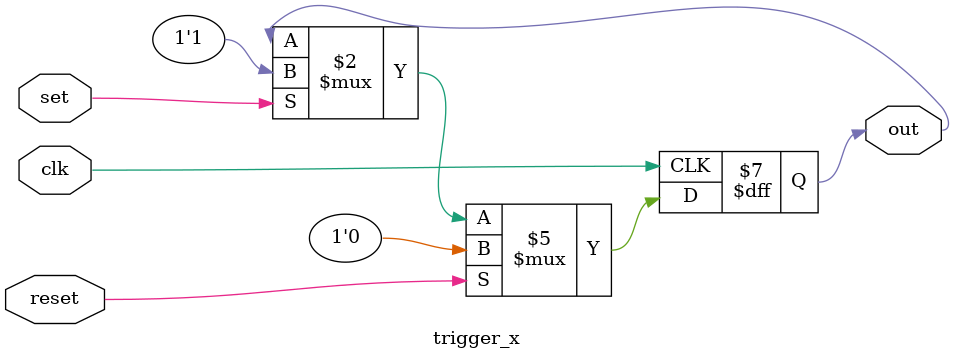
<source format=sv>
module trigger_x   
   (input clk,
    input reset,
    input set,
    output reg out
    );
    always @(posedge clk) begin
        if (reset) begin
            out <= 0;
        end else begin
            if (set) begin
                out <= 1;
            end
        end
    end
endmodule

</source>
